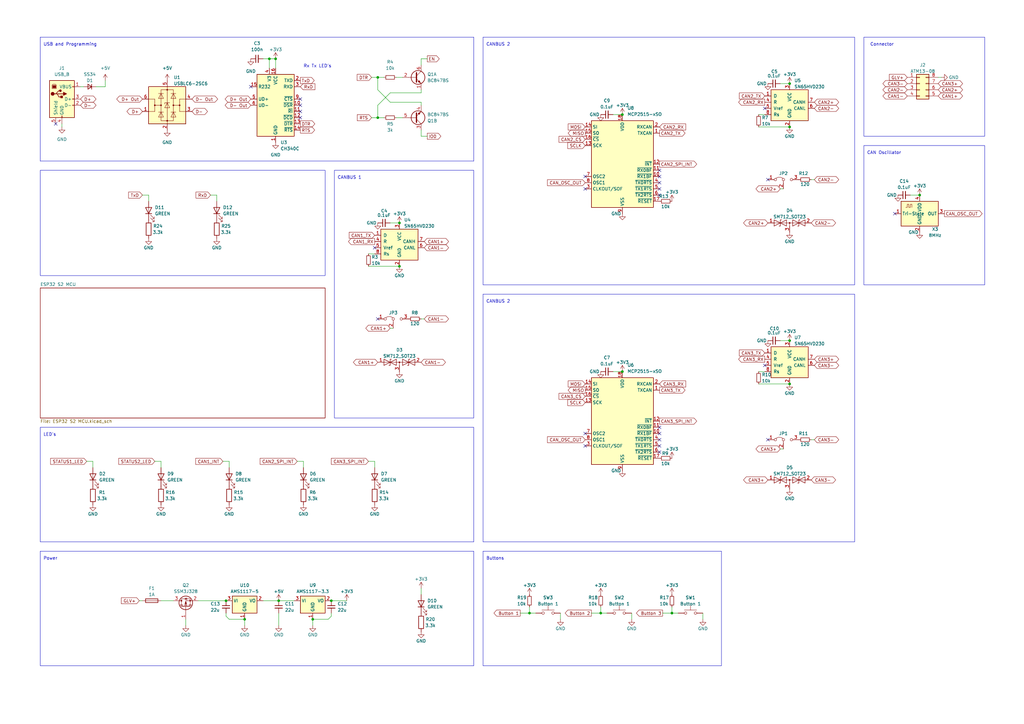
<source format=kicad_sch>
(kicad_sch (version 20230121) (generator eeschema)
  (paper "A3")
  (title_block (title "VehicleVCU") (date "2023-06-26") (rev "V2.0") (company "Niko Smith"))
  (junction (at 154.94 48.26))
  (junction (at 323.85 52.07))
  (junction (at 154.94 31.75))
  (junction (at 100.33 254))
  (junction (at 323.85 157.48))
  (junction (at 114.3 246.38))
  (junction (at 255.27 152.4))
  (junction (at 113.03 24.13))
  (junction (at 128.27 254))
  (junction (at 377.19 80.01))
  (junction (at 246.38 251.46))
  (junction (at 163.83 109.22))
  (junction (at 92.71 246.38))
  (junction (at 275.59 251.46))
  (junction (at 110.49 24.13))
  (junction (at 255.27 46.99))
  (junction (at 163.83 91.44))
  (junction (at 323.85 34.29))
  (junction (at 217.17 251.46))
  (junction (at 135.89 246.38))
  (junction (at 323.85 139.7))
  (no_connect (at 270.51 77.47))
  (no_connect (at 270.51 180.34))
  (no_connect (at 270.51 177.8))
  (no_connect (at 240.03 177.8))
  (no_connect (at 270.51 80.01))
  (no_connect (at 154.94 130.81))
  (no_connect (at 314.96 73.66))
  (no_connect (at 270.51 185.42))
  (no_connect (at 123.19 48.26))
  (no_connect (at 270.51 72.39))
  (no_connect (at 123.19 43.18))
  (no_connect (at 22.86 50.8))
  (no_connect (at 313.69 44.45))
  (no_connect (at 270.51 69.85))
  (no_connect (at 102.87 35.56))
  (no_connect (at 123.19 40.64))
  (no_connect (at 123.19 45.72))
  (no_connect (at 240.03 182.88))
  (no_connect (at 367.03 87.63))
  (no_connect (at 270.51 175.26))
  (no_connect (at 314.96 180.34))
  (no_connect (at 240.03 72.39))
  (no_connect (at 313.69 149.86))
  (no_connect (at 240.03 77.47))
  (no_connect (at 270.51 74.93))
  (no_connect (at 270.51 182.88))
  (no_connect (at 153.67 101.6))
  (wire (pts (xy 63.5 189.23) (xy 66.04 189.23)))
  (wire (pts (xy 110.49 24.13) (xy 113.03 24.13)))
  (wire (pts (xy 217.17 248.92) (xy 217.17 251.46)))
  (wire (pts (xy 121.92 189.23) (xy 124.46 189.23)))
  (wire (pts (xy 172.72 53.34) (xy 172.72 55.88)))
  (wire (pts (xy 152.4 31.75) (xy 154.94 31.75)))
  (polyline (pts (xy 194.31 15.24) (xy 194.31 66.04)))
  (wire (pts (xy 92.71 251.46) (xy 92.71 252.73)))
  (wire (pts (xy 172.72 55.88) (xy 175.26 55.88)))
  (wire (pts (xy 38.1 191.77) (xy 38.1 189.23)))
  (wire (pts (xy 107.95 24.13) (xy 110.49 24.13)))
  (wire (pts (xy 162.56 31.75) (xy 165.1 31.75)))
  (wire (pts (xy 93.98 191.77) (xy 93.98 189.23)))
  (wire (pts (xy 311.15 52.07) (xy 323.85 52.07)))
  (wire (pts (xy 320.04 77.47) (xy 321.31 77.47)))
  (wire (pts (xy 242.57 251.46) (xy 246.38 251.46)))
  (wire (pts (xy 213.36 251.46) (xy 217.17 251.46)))
  (wire (pts (xy 386.08 31.75) (xy 384.81 31.75)))
  (wire (pts (xy 114.3 251.46) (xy 114.3 256.54)))
  (wire (pts (xy 259.08 251.46) (xy 259.08 254)))
  (wire (pts (xy 229.87 251.46) (xy 229.87 254)))
  (wire (pts (xy 173.99 130.81) (xy 172.72 130.81)))
  (wire (pts (xy 81.28 246.38) (xy 92.71 246.38)))
  (wire (pts (xy 154.94 31.75) (xy 154.94 36.83)))
  (wire (pts (xy 172.72 26.67) (xy 172.72 24.13)))
  (wire (pts (xy 66.04 191.77) (xy 66.04 189.23)))
  (wire (pts (xy 39.37 35.56) (xy 43.18 35.56)))
  (wire (pts (xy 288.29 251.46) (xy 288.29 254)))
  (wire (pts (xy 88.9 82.55) (xy 88.9 80.01)))
  (wire (pts (xy 160.02 41.91) (xy 172.72 41.91)))
  (wire (pts (xy 33.02 35.56) (xy 34.29 35.56)))
  (wire (pts (xy 172.72 36.83) (xy 172.72 38.1)))
  (wire (pts (xy 153.67 191.77) (xy 153.67 189.23)))
  (wire (pts (xy 311.15 152.4) (xy 313.69 152.4)))
  (wire (pts (xy 160.02 38.1) (xy 172.72 38.1)))
  (wire (pts (xy 311.15 157.48) (xy 323.85 157.48)))
  (wire (pts (xy 25.4 50.8) (xy 25.4 52.07)))
  (wire (pts (xy 320.04 139.7) (xy 323.85 139.7)))
  (wire (pts (xy 152.4 48.26) (xy 154.94 48.26)))
  (wire (pts (xy 91.44 189.23) (xy 93.98 189.23)))
  (wire (pts (xy 135.89 252.73) (xy 134.62 254)))
  (wire (pts (xy 35.56 189.23) (xy 38.1 189.23)))
  (wire (pts (xy 58.42 80.01) (xy 60.96 80.01)))
  (polyline (pts (xy 16.51 15.24) (xy 194.31 15.24)))
  (wire (pts (xy 172.72 24.13) (xy 175.26 24.13)))
  (wire (pts (xy 71.12 246.38) (xy 66.04 246.38)))
  (wire (pts (xy 135.89 246.38) (xy 142.24 246.38)))
  (wire (pts (xy 154.94 43.18) (xy 160.02 38.1)))
  (wire (pts (xy 275.59 251.46) (xy 278.13 251.46)))
  (wire (pts (xy 128.27 254) (xy 128.27 256.54)))
  (wire (pts (xy 135.89 251.46) (xy 135.89 252.73)))
  (wire (pts (xy 110.49 27.94) (xy 110.49 24.13)))
  (wire (pts (xy 160.02 41.91) (xy 154.94 36.83)))
  (wire (pts (xy 151.13 189.23) (xy 153.67 189.23)))
  (wire (pts (xy 154.94 31.75) (xy 157.48 31.75)))
  (wire (pts (xy 160.02 91.44) (xy 163.83 91.44)))
  (wire (pts (xy 154.94 48.26) (xy 157.48 48.26)))
  (wire (pts (xy 151.13 109.22) (xy 163.83 109.22)))
  (wire (pts (xy 60.96 82.55) (xy 60.96 80.01)))
  (polyline (pts (xy 16.51 66.04) (xy 16.51 15.24)))
  (wire (pts (xy 373.38 80.01) (xy 377.19 80.01)))
  (wire (pts (xy 57.15 246.38) (xy 58.42 246.38)))
  (wire (pts (xy 107.95 246.38) (xy 114.3 246.38)))
  (wire (pts (xy 100.33 254) (xy 100.33 256.54)))
  (wire (pts (xy 334.01 73.66) (xy 332.74 73.66)))
  (wire (pts (xy 124.46 191.77) (xy 124.46 189.23)))
  (wire (pts (xy 160.02 134.62) (xy 161.29 134.62)))
  (wire (pts (xy 151.13 104.14) (xy 153.67 104.14)))
  (wire (pts (xy 251.46 46.99) (xy 255.27 46.99)))
  (wire (pts (xy 100.33 254) (xy 93.98 254)))
  (wire (pts (xy 275.59 248.92) (xy 275.59 251.46)))
  (wire (pts (xy 43.18 33.02) (xy 43.18 35.56)))
  (wire (pts (xy 320.04 34.29) (xy 323.85 34.29)))
  (wire (pts (xy 93.98 254) (xy 92.71 252.73)))
  (wire (pts (xy 154.94 43.18) (xy 154.94 48.26)))
  (wire (pts (xy 162.56 48.26) (xy 165.1 48.26)))
  (wire (pts (xy 172.72 243.84) (xy 172.72 241.3)))
  (wire (pts (xy 246.38 248.92) (xy 246.38 251.46)))
  (wire (pts (xy 86.36 80.01) (xy 88.9 80.01)))
  (wire (pts (xy 128.27 254) (xy 134.62 254)))
  (wire (pts (xy 271.78 251.46) (xy 275.59 251.46)))
  (wire (pts (xy 320.04 184.15) (xy 321.31 184.15)))
  (wire (pts (xy 113.03 24.13) (xy 113.03 27.94)))
  (wire (pts (xy 172.72 41.91) (xy 172.72 43.18)))
  (wire (pts (xy 246.38 251.46) (xy 248.92 251.46)))
  (wire (pts (xy 311.15 46.99) (xy 313.69 46.99)))
  (wire (pts (xy 251.46 152.4) (xy 255.27 152.4)))
  (wire (pts (xy 334.01 180.34) (xy 332.74 180.34)))
  (wire (pts (xy 217.17 251.46) (xy 219.71 251.46)))
  (polyline (pts (xy 194.31 66.04) (xy 16.51 66.04)))
  (wire (pts (xy 76.2 254) (xy 76.2 256.54)))
  (wire (pts (xy 114.3 246.38) (xy 120.65 246.38)))
  (rectangle (start 354.33 59.69) (end 403.86 116.84))
  (rectangle (start 198.12 120.65) (end 350.52 222.25))
  (rectangle (start 198.12 15.24) (end 350.52 116.84))
  (rectangle (start 198.12 226.06) (end 295.91 273.05))
  (rectangle (start 16.51 226.06) (end 194.31 273.05))
  (rectangle (start 137.16 69.85) (end 194.31 171.45))
  (rectangle (start 16.51 69.85) (end 133.35 113.03))
  (rectangle (start 354.33 15.24) (end 403.86 55.88))
  (rectangle (start 16.51 175.26) (end 194.31 222.25))
  (text "CAN Oscillator" (at 355.6 63.5 0) (effects (font (size 1.27 1.27)) (justify left bottom)))
  (text "Power" (at 17.78 229.87 0) (effects (font (size 1.27 1.27)) (justify left bottom)))
  (text "Connector" (at 356.87 19.05 0) (effects (font (size 1.27 1.27)) (justify left bottom)))
  (text "Buttons" (at 199.39 229.87 0) (effects (font (size 1.27 1.27)) (justify left bottom)))
  (text "Rx Tx LED's" (at 124.46 27.94 0) (effects (font (size 1.27 1.27)) (justify left bottom)))
  (text "LED's" (at 17.78 179.07 0) (effects (font (size 1.27 1.27)) (justify left bottom)))
  (text "CANBUS 2\n" (at 199.39 19.05 0) (effects (font (size 1.27 1.27)) (justify left bottom)))
  (text "USB and Programming" (at 17.78 19.05 0) (effects (font (size 1.27 1.27)) (justify left bottom)))
  (text "CANBUS 1\n" (at 138.43 73.66 0) (effects (font (size 1.27 1.27)) (justify left bottom)))
  (text "CANBUS 2\n" (at 199.39 124.46 0) (effects (font (size 1.27 1.27)) (justify left bottom)))
  (global_label "IO0" (shape output) (at 175.26 55.88 0) (property "Intersheetrefs" "${INTERSHEET_REFS}" (effects hide)))
  (global_label "Button 2" (shape output) (at 242.57 251.46 180) (property "Intersheetrefs" "${INTERSHEET_REFS}" (effects hide)))
  (global_label "TxD" (shape input) (at 58.42 80.01 180) (property "Intersheetrefs" "${INTERSHEET_REFS}" (effects hide)))
  (global_label "CAN1+" (shape bidirectional) (at 160.02 134.62 180) (property "Intersheetrefs" "${INTERSHEET_REFS}" (effects hide)))
  (global_label "RTS" (shape output) (at 123.19 53.34 0) (property "Intersheetrefs" "${INTERSHEET_REFS}" (effects hide)))
  (global_label "GLV+" (shape input) (at 372.11 31.75 180) (property "Intersheetrefs" "${INTERSHEET_REFS}" (effects hide)))
  (global_label "CAN2-" (shape bidirectional) (at 372.11 36.83 180) (property "Intersheetrefs" "${INTERSHEET_REFS}" (effects hide)))
  (global_label "CAN1_RX" (shape output) (at 153.67 99.06 180) (property "Intersheetrefs" "${INTERSHEET_REFS}" (effects hide)))
  (global_label "EN" (shape output) (at 175.26 24.13 0) (property "Intersheetrefs" "${INTERSHEET_REFS}" (effects hide)))
  (global_label "CAN2+" (shape bidirectional) (at 314.96 91.44 180) (property "Intersheetrefs" "${INTERSHEET_REFS}" (effects hide)))
  (global_label "CAN2+" (shape bidirectional) (at 334.01 41.91 0) (property "Intersheetrefs" "${INTERSHEET_REFS}" (effects hide)))
  (global_label "CAN3-" (shape bidirectional) (at 334.01 149.86 0) (property "Intersheetrefs" "${INTERSHEET_REFS}" (effects hide)))
  (global_label "D+ Out" (shape bidirectional) (at 102.87 40.64 180) (property "Intersheetrefs" "${INTERSHEET_REFS}" (effects hide)))
  (global_label "D+" (shape bidirectional) (at 33.02 40.64 0) (property "Intersheetrefs" "${INTERSHEET_REFS}" (effects hide)))
  (global_label "CAN2_TX" (shape input) (at 313.69 39.37 180) (property "Intersheetrefs" "${INTERSHEET_REFS}" (effects hide)))
  (global_label "Button 3" (shape output) (at 271.78 251.46 180) (property "Intersheetrefs" "${INTERSHEET_REFS}" (effects hide)))
  (global_label "CAN2-" (shape bidirectional) (at 332.74 91.44 0) (property "Intersheetrefs" "${INTERSHEET_REFS}" (effects hide)))
  (global_label "STATUS1_LED" (shape input) (at 35.56 189.23 180) (property "Intersheetrefs" "${INTERSHEET_REFS}" (effects hide)))
  (global_label "MISO" (shape output) (at 240.03 160.02 180) (property "Intersheetrefs" "${INTERSHEET_REFS}" (effects hide)))
  (global_label "DTR" (shape output) (at 123.19 50.8 0) (property "Intersheetrefs" "${INTERSHEET_REFS}" (effects hide)))
  (global_label "CAN3-" (shape bidirectional) (at 334.01 180.34 0) (property "Intersheetrefs" "${INTERSHEET_REFS}" (effects hide)))
  (global_label "DTR" (shape input) (at 152.4 31.75 180) (property "Intersheetrefs" "${INTERSHEET_REFS}" (effects hide)))
  (global_label "CAN2_TX" (shape output) (at 270.51 54.61 0) (property "Intersheetrefs" "${INTERSHEET_REFS}" (effects hide)))
  (global_label "CAN1-" (shape bidirectional) (at 173.99 130.81 0) (property "Intersheetrefs" "${INTERSHEET_REFS}" (effects hide)))
  (global_label "CAN2_SPI_INT" (shape input) (at 121.92 189.23 180) (property "Intersheetrefs" "${INTERSHEET_REFS}" (effects hide)))
  (global_label "CAN_OSC_OUT" (shape output) (at 387.35 87.63 0) (property "Intersheetrefs" "${INTERSHEET_REFS}" (effects hide)))
  (global_label "CAN1_INT" (shape input) (at 91.44 189.23 180) (property "Intersheetrefs" "${INTERSHEET_REFS}" (effects hide)))
  (global_label "CAN2+" (shape bidirectional) (at 384.81 36.83 0) (property "Intersheetrefs" "${INTERSHEET_REFS}" (effects hide)))
  (global_label "CAN1+" (shape bidirectional) (at 154.94 148.59 180) (property "Intersheetrefs" "${INTERSHEET_REFS}" (effects hide)))
  (global_label "CAN3_RX" (shape input) (at 270.51 157.48 0) (property "Intersheetrefs" "${INTERSHEET_REFS}" (effects hide)))
  (global_label "CAN3_RX" (shape output) (at 313.69 147.32 180) (property "Intersheetrefs" "${INTERSHEET_REFS}" (effects hide)))
  (global_label "MOSI" (shape input) (at 240.03 157.48 180) (property "Intersheetrefs" "${INTERSHEET_REFS}" (effects hide)))
  (global_label "CAN2_RX" (shape output) (at 313.69 41.91 180) (property "Intersheetrefs" "${INTERSHEET_REFS}" (effects hide)))
  (global_label "GLV+" (shape input) (at 57.15 246.38 180) (property "Intersheetrefs" "${INTERSHEET_REFS}" (effects hide)))
  (global_label "CAN3+" (shape bidirectional) (at 320.04 184.15 180) (property "Intersheetrefs" "${INTERSHEET_REFS}" (effects hide)))
  (global_label "MOSI" (shape input) (at 240.03 52.07 180) (property "Intersheetrefs" "${INTERSHEET_REFS}" (effects hide)))
  (global_label "CAN2+" (shape bidirectional) (at 320.04 77.47 180) (property "Intersheetrefs" "${INTERSHEET_REFS}" (effects hide)))
  (global_label "CAN3_TX" (shape input) (at 313.69 144.78 180) (property "Intersheetrefs" "${INTERSHEET_REFS}" (effects hide)))
  (global_label "D+ Out" (shape bidirectional) (at 58.42 40.64 180) (property "Intersheetrefs" "${INTERSHEET_REFS}" (effects hide)))
  (global_label "Button 1" (shape output) (at 213.36 251.46 180) (property "Intersheetrefs" "${INTERSHEET_REFS}" (effects hide)))
  (global_label "CAN3_SPI_INT" (shape input) (at 151.13 189.23 180) (property "Intersheetrefs" "${INTERSHEET_REFS}" (effects hide)))
  (global_label "CAN_OSC_OUT" (shape input) (at 240.03 74.93 180) (property "Intersheetrefs" "${INTERSHEET_REFS}" (effects hide)))
  (global_label "RxD" (shape input) (at 86.36 80.01 180) (property "Intersheetrefs" "${INTERSHEET_REFS}" (effects hide)))
  (global_label "CAN3_TX" (shape output) (at 270.51 160.02 0) (property "Intersheetrefs" "${INTERSHEET_REFS}" (effects hide)))
  (global_label "D- Out" (shape bidirectional) (at 78.74 40.64 0) (property "Intersheetrefs" "${INTERSHEET_REFS}" (effects hide)))
  (global_label "CAN1+" (shape bidirectional) (at 173.99 99.06 0) (property "Intersheetrefs" "${INTERSHEET_REFS}" (effects hide)))
  (global_label "CAN3-" (shape bidirectional) (at 332.74 196.85 0) (property "Intersheetrefs" "${INTERSHEET_REFS}" (effects hide)))
  (global_label "CAN1-" (shape bidirectional) (at 173.99 101.6 0) (property "Intersheetrefs" "${INTERSHEET_REFS}" (effects hide)))
  (global_label "CAN3_SPI_INT" (shape output) (at 270.51 172.72 0) (property "Intersheetrefs" "${INTERSHEET_REFS}" (effects hide)))
  (global_label "SCLK" (shape input) (at 240.03 165.1 180) (property "Intersheetrefs" "${INTERSHEET_REFS}" (effects hide)))
  (global_label "RxD" (shape input) (at 123.19 35.56 0) (property "Intersheetrefs" "${INTERSHEET_REFS}" (effects hide)))
  (global_label "CAN2-" (shape bidirectional) (at 334.01 44.45 0) (property "Intersheetrefs" "${INTERSHEET_REFS}" (effects hide)))
  (global_label "D+" (shape bidirectional) (at 58.42 45.72 180) (property "Intersheetrefs" "${INTERSHEET_REFS}" (effects hide)))
  (global_label "CAN2_SPI_INT" (shape output) (at 270.51 67.31 0) (property "Intersheetrefs" "${INTERSHEET_REFS}" (effects hide)))
  (global_label "RTS" (shape input) (at 152.4 48.26 180) (property "Intersheetrefs" "${INTERSHEET_REFS}" (effects hide)))
  (global_label "CAN1-" (shape bidirectional) (at 372.11 39.37 180) (property "Intersheetrefs" "${INTERSHEET_REFS}" (effects hide)))
  (global_label "D-" (shape bidirectional) (at 33.02 43.18 0) (property "Intersheetrefs" "${INTERSHEET_REFS}" (effects hide)))
  (global_label "CAN1-" (shape bidirectional) (at 172.72 148.59 0) (property "Intersheetrefs" "${INTERSHEET_REFS}" (effects hide)))
  (global_label "CAN2_RX" (shape input) (at 270.51 52.07 0) (property "Intersheetrefs" "${INTERSHEET_REFS}" (effects hide)))
  (global_label "D- Out" (shape bidirectional) (at 102.87 43.18 180) (property "Intersheetrefs" "${INTERSHEET_REFS}" (effects hide)))
  (global_label "MISO" (shape output) (at 240.03 54.61 180) (property "Intersheetrefs" "${INTERSHEET_REFS}" (effects hide)))
  (global_label "CAN2-" (shape bidirectional) (at 334.01 73.66 0) (property "Intersheetrefs" "${INTERSHEET_REFS}" (effects hide)))
  (global_label "CAN3_CS" (shape input) (at 240.03 162.56 180) (property "Intersheetrefs" "${INTERSHEET_REFS}" (effects hide)))
  (global_label "CAN2_CS" (shape input) (at 240.03 57.15 180) (property "Intersheetrefs" "${INTERSHEET_REFS}" (effects hide)))
  (global_label "CAN3+" (shape bidirectional) (at 384.81 34.29 0) (property "Intersheetrefs" "${INTERSHEET_REFS}" (effects hide)))
  (global_label "CAN_OSC_OUT" (shape input) (at 240.03 180.34 180) (property "Intersheetrefs" "${INTERSHEET_REFS}" (effects hide)))
  (global_label "STATUS2_LED" (shape input) (at 63.5 189.23 180) (property "Intersheetrefs" "${INTERSHEET_REFS}" (effects hide)))
  (global_label "CAN3-" (shape bidirectional) (at 372.11 34.29 180) (property "Intersheetrefs" "${INTERSHEET_REFS}" (effects hide)))
  (global_label "CAN3+" (shape bidirectional) (at 334.01 147.32 0) (property "Intersheetrefs" "${INTERSHEET_REFS}" (effects hide)))
  (global_label "TxD" (shape output) (at 123.19 33.02 0) (property "Intersheetrefs" "${INTERSHEET_REFS}" (effects hide)))
  (global_label "D-" (shape bidirectional) (at 78.74 45.72 0) (property "Intersheetrefs" "${INTERSHEET_REFS}" (effects hide)))
  (global_label "CAN3+" (shape bidirectional) (at 314.96 196.85 180) (property "Intersheetrefs" "${INTERSHEET_REFS}" (effects hide)))
  (global_label "SCLK" (shape input) (at 240.03 59.69 180) (property "Intersheetrefs" "${INTERSHEET_REFS}" (effects hide)))
  (global_label "CAN1_TX" (shape input) (at 153.67 96.52 180) (property "Intersheetrefs" "${INTERSHEET_REFS}" (effects hide)))
  (global_label "CAN1+" (shape bidirectional) (at 384.81 39.37 0) (property "Intersheetrefs" "${INTERSHEET_REFS}" (effects hide)))
  (symbol (lib_id "power:GND") (at 172.72 259.08 0) (unit 1)
    (property "Reference" "#PWR022" (effects hide))
    (property "Value" "GND" (at 172.72 262.89 0))
  )
  (symbol (lib_id "power:GND") (at 323.85 157.48 0) (unit 1)
    (property "Reference" "#PWR038" (effects hide))
    (property "Value" "GND" (at 323.85 161.29 0))
  )
  (symbol (lib_id "power:GND") (at 60.96 97.79 0) (unit 1)
    (property "Reference" "#PWR060" (effects hide))
    (property "Value" "GND" (at 60.96 101.6 0))
  )
  (symbol (lib_id "Device:LED") (at 88.9 86.36 90) (unit 1)
    (property "Reference" "D12" (at 91.44 85.09 90) (effects (justify right)))
    (property "Value" "GREEN" (at 91.44 87.63 90) (effects (justify right)))
    (property "Footprint" "LED_SMD:LED_0603_1608Metric" (effects hide))
    (property "LCSC" "C72043" (effects hide))
  )
  (symbol (lib_id "power:+3.3V") (at 275.59 243.84 0) (unit 1)
    (property "Reference" "#PWR051" (effects hide))
    (property "Value" "+3.3V" (at 275.59 240.03 0))
  )
  (symbol (lib_id "power:GND") (at 153.67 207.01 0) (unit 1)
    (property "Reference" "#PWR041" (effects hide))
    (property "Value" "GND" (at 153.67 210.82 0))
  )
  (symbol (lib_id "Device:R") (at 93.98 203.2 180) (unit 1)
    (property "Reference" "R15" (at 97.79 201.93 0))
    (property "Value" "3.3k" (at 97.79 204.47 0))
    (property "Footprint" "Resistor_SMD:R_0603_1608Metric" (effects hide))
  )
  (symbol (lib_id "Interface_CAN_LIN:SN65HVD230") (at 323.85 41.91 0) (unit 1)
    (property "Reference" "U5" (at 325.755 33.02 0) (effects (justify left)))
    (property "Value" "SN65HVD230" (at 325.755 35.56 0) (effects (justify left)))
    (property "Footprint" "Package_SO:SOIC-8_3.9x4.9mm_P1.27mm" (effects hide))
    (property "Datasheet" "http://www.ti.com/lit/ds/symlink/sn65hvd230.pdf" (effects hide))
    (property "LCSC" "C12084" (effects hide))
  )
  (symbol (lib_id "power:GND") (at 246.38 46.99 0) (unit 1)
    (property "Reference" "#PWR032" (effects hide))
    (property "Value" "GND" (at 243.84 46.99 0))
  )
  (symbol (lib_id "Diode:SM712_SOT23") (at 163.83 148.59 0) (unit 1)
    (property "Reference" "D3" (at 163.83 143.51 0))
    (property "Value" "SM712_SOT23" (at 163.83 146.05 0))
    (property "Footprint" "Package_TO_SOT_SMD:SOT-23" (effects hide))
    (property "Datasheet" "https://www.littelfuse.com/~/media/electronics/datasheets/tvs_diode_arrays/littelfuse_tvs_diode_array_sm712_datasheet.pdf.pdf" (effects hide))
  )
  (symbol (lib_id "Device:LED") (at 93.98 195.58 90) (unit 1)
    (property "Reference" "D8" (at 96.52 194.31 90) (effects (justify right)))
    (property "Value" "GREEN" (at 96.52 196.85 90) (effects (justify right)))
    (property "Footprint" "LED_SMD:LED_0603_1608Metric" (effects hide))
    (property "LCSC" "C72043" (effects hide))
  )
  (symbol (lib_id "power:+3.3V") (at 217.17 243.84 0) (unit 1)
    (property "Reference" "#PWR054" (effects hide))
    (property "Value" "+3.3V" (at 217.17 240.03 0))
  )
  (symbol (lib_id "power:+3.3V") (at 255.27 152.4 0) (unit 1)
    (property "Reference" "#PWR026" (effects hide))
    (property "Value" "+3.3V" (at 255.27 148.59 0))
  )
  (symbol (lib_id "power:+3V3") (at 113.03 24.13 0) (unit 1)
    (property "Reference" "#PWR012" (effects hide))
    (property "Value" "+3V3" (at 113.03 20.32 0))
  )
  (symbol (lib_id "Jumper:Jumper_3_Bridged12") (at 321.31 73.66 0) (unit 1)
    (property "Reference" "JP2" (at 321.31 71.12 0))
    (property "Value" "Jumper_2_Open" (effects hide))
    (property "Footprint" "Connector_PinHeader_2.54mm:PinHeader_1x03_P2.54mm_Vertical" (effects hide))
  )
  (symbol (lib_id "Switch:SW_Push") (at 254 251.46 0) (unit 1)
    (property "Reference" "SW2" (at 254 245.11 0))
    (property "Value" "Button 1" (at 254 247.65 0))
    (property "Footprint" "Button_Switch_SMD:SW_SPST_B3S-1000" (effects hide))
  )
  (symbol (lib_id "power:+3.3V") (at 142.24 246.38 0) (unit 1)
    (property "Reference" "#PWR044" (effects hide))
    (property "Value" "+3.3V" (at 142.24 242.57 0))
  )
  (symbol (lib_id "power:GND") (at 386.08 31.75 90) (unit 1)
    (property "Reference" "#PWR056" (effects hide))
    (property "Value" "GND" (at 391.16 31.75 90))
  )
  (symbol (lib_id "Device:C_Small") (at 248.92 152.4 90) (unit 1)
    (property "Reference" "C7" (at 248.92 146.685 90))
    (property "Value" "0.1uF" (at 248.92 149.225 90))
    (property "Footprint" "Capacitor_SMD:C_0603_1608Metric" (effects hide))
  )
  (symbol (lib_id "Interface_CAN_LIN:MCP2515-xSO") (at 255.27 67.31 0) (unit 1)
    (property "Reference" "U8" (at 257.2894 44.323 0) (effects (justify left)))
    (property "Value" "MCP2515-xSO" (at 257.2894 46.863 0) (effects (justify left)))
    (property "Footprint" "Package_SO:SOIC-18W_7.5x11.6mm_P1.27mm" (effects hide))
    (property "Datasheet" "http://ww1.microchip.com/downloads/en/DeviceDoc/21801e.pdf" (effects hide))
    (property "LCSC" "C12368" (effects hide))
  )
  (symbol (lib_id "power:GND") (at 323.85 95.25 0) (unit 1)
    (property "Reference" "#PWR021" (effects hide))
    (property "Value" "GND" (at 323.85 99.06 0))
  )
  (symbol (lib_id "Jumper:Jumper_3_Bridged12") (at 321.31 180.34 0) (unit 1)
    (property "Reference" "JP1" (at 321.31 177.8 0))
    (property "Value" "Jumper_2_Open" (effects hide))
    (property "Footprint" "Connector_PinHeader_2.54mm:PinHeader_1x03_P2.54mm_Vertical" (effects hide))
  )
  (symbol (lib_id "power:GND") (at 102.87 24.13 0) (unit 1)
    (property "Reference" "#PWR011" (effects hide))
    (property "Value" "GND" (at 102.87 29.21 0))
  )
  (symbol (lib_id "Device:C_Small") (at 317.5 139.7 90) (unit 1)
    (property "Reference" "C10" (at 317.627 134.747 90))
    (property "Value" "0.1uF" (at 317.5 136.525 90))
    (property "Footprint" "Capacitor_SMD:C_0603_1608Metric" (effects hide))
  )
  (symbol (lib_id "Device:LED") (at 172.72 247.65 90) (unit 1)
    (property "Reference" "D10" (at 175.26 246.38 90) (effects (justify right)))
    (property "Value" "GREEN" (at 175.26 248.92 90) (effects (justify right)))
    (property "Footprint" "LED_SMD:LED_0603_1608Metric" (effects hide))
    (property "LCSC" "C72043" (effects hide))
  )
  (symbol (lib_id "Regulator_Linear:AMS1117-3.3") (at 100.33 246.38 0) (unit 1)
    (property "Reference" "U10" (at 100.33 240.03 0))
    (property "Value" "AMS1117-5" (at 100.33 242.57 0))
    (property "Footprint" "Package_TO_SOT_SMD:SOT-223-3_TabPin2" (effects hide))
    (property "Datasheet" "http://www.advanced-monolithic.com/pdf/ds1117.pdf" (effects hide))
  )
  (symbol (lib_id "power:+3.3V") (at 275.59 187.96 0) (unit 1)
    (property "Reference" "#PWR028" (effects hide))
    (property "Value" "+3.3V" (at 275.59 184.15 0))
  )
  (symbol (lib_id "power:GND") (at 154.94 91.44 0) (unit 1)
    (property "Reference" "#PWR014" (effects hide))
    (property "Value" "GND" (at 152.4 91.44 0))
  )
  (symbol (lib_id "Device:C_Small") (at 135.89 248.92 0) (unit 1)
    (property "Reference" "C12" (at 138.43 247.65 0) (effects (justify left)))
    (property "Value" "22u" (at 138.43 250.19 0) (effects (justify left)))
    (property "Footprint" "Capacitor_SMD:C_0603_1608Metric" (effects hide))
  )
  (symbol (lib_id "power:GND") (at 255.27 193.04 0) (unit 1)
    (property "Reference" "#PWR027" (effects hide))
    (property "Value" "GND" (at 252.73 193.04 0))
  )
  (symbol (lib_id "power:+3.3V") (at 377.19 80.01 0) (unit 1)
    (property "Reference" "#PWR058" (effects hide))
    (property "Value" "+3.3V" (at 377.19 76.2 0))
  )
  (symbol (lib_id "Jumper:Jumper_3_Bridged12") (at 161.29 130.81 0) (unit 1)
    (property "Reference" "JP3" (at 161.29 128.27 0))
    (property "Value" "Jumper_2_Open" (effects hide))
    (property "Footprint" "Connector_PinHeader_2.54mm:PinHeader_1x03_P2.54mm_Vertical" (effects hide))
  )
  (symbol (lib_id "power:GND") (at 66.04 207.01 0) (unit 1)
    (property "Reference" "#PWR049" (effects hide))
    (property "Value" "GND" (at 66.04 210.82 0))
  )
  (symbol (lib_id "Oscillator:ASCO") (at 377.19 87.63 0) (unit 1)
    (property "Reference" "X3" (at 383.54 93.98 0))
    (property "Value" "8MHz" (at 383.54 96.52 0))
    (property "Footprint" "Oscillator:Oscillator_SMD_Abracon_ASE-4Pin_3.2x2.5mm" (effects hide))
    (property "Datasheet" "https://abracon.com/Oscillators/ASCO.pdf" (effects hide))
    (property "LCSC" "C717687" (effects hide))
  )
  (symbol (lib_id "Device:R") (at 60.96 93.98 180) (unit 1)
    (property "Reference" "R24" (at 64.77 92.71 0))
    (property "Value" "3.3k" (at 64.77 95.25 0))
    (property "Footprint" "Resistor_SMD:R_0603_1608Metric" (effects hide))
  )
  (symbol (lib_id "Power_Protection:USBLC6-2SC6") (at 68.58 43.18 0) (unit 1)
    (property "Reference" "U1" (at 71.2217 31.75 0) (effects (justify left)))
    (property "Value" "USBLC6-2SC6" (at 71.2217 34.29 0) (effects (justify left)))
    (property "Footprint" "Package_TO_SOT_SMD:SOT-23-6" (effects hide))
    (property "Datasheet" "https://www.st.com/resource/en/datasheet/usblc6-2.pdf" (effects hide))
  )
  (symbol (lib_id "power:GND") (at 246.38 152.4 0) (unit 1)
    (property "Reference" "#PWR025" (effects hide))
    (property "Value" "GND" (at 243.84 152.4 0))
  )
  (symbol (lib_id "Device:R_Small") (at 311.15 49.53 0) (unit 1)
    (property "Reference" "R7" (at 312.42 48.26 0) (effects (justify left)))
    (property "Value" "10k" (at 312.42 50.8 0) (effects (justify left)))
    (property "Footprint" "Resistor_SMD:R_0603_1608Metric" (effects hide))
  )
  (symbol (lib_id "Device:R_Small") (at 217.17 246.38 180) (unit 1)
    (property "Reference" "R19" (at 212.09 245.11 0) (effects (justify right)))
    (property "Value" "10k" (at 212.09 247.65 0) (effects (justify right)))
    (property "Footprint" "Resistor_SMD:R_0603_1608Metric" (effects hide))
  )
  (symbol (lib_id "Device:R") (at 66.04 203.2 180) (unit 1)
    (property "Reference" "R16" (at 69.85 201.93 0))
    (property "Value" "3.3k" (at 69.85 204.47 0))
    (property "Footprint" "Resistor_SMD:R_0603_1608Metric" (effects hide))
  )
  (symbol (lib_id "Transistor_BJT:BC847BS") (at 170.18 48.26 0) (mirror x) (unit 2)
    (property "Reference" "Q1" (at 175.26 49.5301 0) (effects (justify left)))
    (property "Value" "BC847BS" (at 175.26 46.9901 0) (effects (justify left)))
    (property "Footprint" "Package_TO_SOT_SMD:SOT-363_SC-70-6" (effects hide))
    (property "Datasheet" "https://assets.nexperia.com/documents/data-sheet/BC847BS.pdf" (effects hide))
  )
  (symbol (lib_id "Device:R_Small") (at 275.59 246.38 180) (unit 1)
    (property "Reference" "R17" (at 270.51 245.11 0) (effects (justify right)))
    (property "Value" "10k" (at 270.51 247.65 0) (effects (justify right)))
    (property "Footprint" "Resistor_SMD:R_0603_1608Metric" (effects hide))
  )
  (symbol (lib_id "power:+5V") (at 43.18 33.02 0) (unit 1)
    (property "Reference" "#PWR03" (effects hide))
    (property "Value" "+5V" (at 43.18 27.94 0))
  )
  (symbol (lib_id "power:GND") (at 314.96 34.29 0) (unit 1)
    (property "Reference" "#PWR018" (effects hide))
    (property "Value" "GND" (at 312.42 34.29 0))
  )
  (symbol (lib_id "Device:R_Small") (at 273.05 187.96 90) (unit 1)
    (property "Reference" "R9" (at 274.193 185.928 90) (effects (justify left)))
    (property "Value" "10k" (at 274.828 190.119 90) (effects (justify left)))
    (property "Footprint" "Resistor_SMD:R_0603_1608Metric" (effects hide))
  )
  (symbol (lib_id "Device:C_Small") (at 157.48 91.44 90) (unit 1)
    (property "Reference" "C4" (at 157.607 86.487 90))
    (property "Value" "0.1uF" (at 157.48 88.265 90))
    (property "Footprint" "Capacitor_SMD:C_0603_1608Metric" (effects hide))
  )
  (symbol (lib_id "Transistor_BJT:BC847BS") (at 170.18 31.75 0) (unit 1)
    (property "Reference" "Q1" (at 175.26 30.4799 0) (effects (justify left)))
    (property "Value" "BC847BS" (at 175.26 33.0199 0) (effects (justify left)))
    (property "Footprint" "Package_TO_SOT_SMD:SOT-363_SC-70-6" (effects hide))
    (property "Datasheet" "https://assets.nexperia.com/documents/data-sheet/BC847BS.pdf" (effects hide))
  )
  (symbol (lib_id "power:+3.3V") (at 323.85 139.7 0) (unit 1)
    (property "Reference" "#PWR037" (effects hide))
    (property "Value" "+3.3V" (at 323.85 135.89 0))
  )
  (symbol (lib_id "power:GND") (at 163.83 109.22 0) (unit 1)
    (property "Reference" "#PWR016" (effects hide))
    (property "Value" "GND" (at 163.83 113.03 0))
  )
  (symbol (lib_id "Device:R_Small") (at 170.18 130.81 90) (unit 1)
    (property "Reference" "R8" (at 171.45 128.27 90) (effects (justify left)))
    (property "Value" "120" (at 172.085 132.715 90) (effects (justify left)))
    (property "Footprint" "Resistor_SMD:R_0603_1608Metric" (effects hide))
  )
  (symbol (lib_id "Device:LED") (at 66.04 195.58 90) (unit 1)
    (property "Reference" "D9" (at 68.58 194.31 90) (effects (justify right)))
    (property "Value" "GREEN" (at 68.58 196.85 90) (effects (justify right)))
    (property "Footprint" "LED_SMD:LED_0603_1608Metric" (effects hide))
    (property "LCSC" "C72043" (effects hide))
  )
  (symbol (lib_id "power:GND") (at 368.3 80.01 0) (unit 1)
    (property "Reference" "#PWR057" (effects hide))
    (property "Value" "GND" (at 365.76 80.01 0))
  )
  (symbol (lib_id "Device:C_Small") (at 105.41 24.13 90) (unit 1)
    (property "Reference" "C3" (at 105.4163 17.78 90))
    (property "Value" "100n" (at 105.4163 20.32 90))
    (property "Footprint" "Capacitor_SMD:C_0603_1608Metric" (effects hide))
  )
  (symbol (lib_id "power:+5V") (at 68.58 33.02 0) (unit 1)
    (property "Reference" "#PWR07" (effects hide))
    (property "Value" "+5V" (at 68.58 27.94 0))
  )
  (symbol (lib_id "power:GND") (at 68.58 53.34 0) (unit 1)
    (property "Reference" "#PWR08" (effects hide))
    (property "Value" "GND" (at 68.58 58.42 0))
  )
  (symbol (lib_id "Interface_CAN_LIN:MCP2515-xSO") (at 255.27 172.72 0) (unit 1)
    (property "Reference" "U6" (at 257.2894 149.733 0) (effects (justify left)))
    (property "Value" "MCP2515-xSO" (at 257.2894 152.273 0) (effects (justify left)))
    (property "Footprint" "Package_SO:SOIC-18W_7.5x11.6mm_P1.27mm" (effects hide))
    (property "Datasheet" "http://ww1.microchip.com/downloads/en/DeviceDoc/21801e.pdf" (effects hide))
    (property "LCSC" "C12368" (effects hide))
  )
  (symbol (lib_id "Device:R_Small") (at 160.02 31.75 270) (unit 1)
    (property "Reference" "R4" (at 160.02 25.4 90))
    (property "Value" "10k" (at 160.02 27.94 90))
    (property "Footprint" "Resistor_SMD:R_0603_1608Metric" (effects hide))
  )
  (symbol (lib_id "Device:R_Small") (at 330.2 180.34 90) (unit 1)
    (property "Reference" "R11" (at 331.47 177.8 90) (effects (justify left)))
    (property "Value" "120" (at 332.105 182.245 90) (effects (justify left)))
    (property "Footprint" "Resistor_SMD:R_0603_1608Metric" (effects hide))
  )
  (symbol (lib_id "Switch:SW_Push") (at 224.79 251.46 0) (unit 1)
    (property "Reference" "SW3" (at 224.79 245.11 0))
    (property "Value" "Button 1" (at 224.79 247.65 0))
    (property "Footprint" "Button_Switch_SMD:SW_SPST_B3S-1000" (effects hide))
  )
  (symbol (lib_id "power:GND") (at 124.46 207.01 0) (unit 1)
    (property "Reference" "#PWR040" (effects hide))
    (property "Value" "GND" (at 124.46 210.82 0))
  )
  (symbol (lib_id "Device:LED") (at 124.46 195.58 90) (unit 1)
    (property "Reference" "D6" (at 127 194.31 90) (effects (justify right)))
    (property "Value" "GREEN" (at 127 196.85 90) (effects (justify right)))
    (property "Footprint" "LED_SMD:LED_0603_1608Metric" (effects hide))
    (property "LCSC" "C72043" (effects hide))
  )
  (symbol (lib_id "power:+3.3V") (at 255.27 46.99 0) (unit 1)
    (property "Reference" "#PWR033" (effects hide))
    (property "Value" "+3.3V" (at 255.27 43.18 0))
  )
  (symbol (lib_id "Device:R_Small") (at 160.02 48.26 270) (unit 1)
    (property "Reference" "R5" (at 160.02 50.8 90))
    (property "Value" "3k" (at 160.02 53.34 90))
    (property "Footprint" "Resistor_SMD:R_0603_1608Metric" (effects hide))
  )
  (symbol (lib_id "Device:C_Small") (at 114.3 248.92 0) (unit 1)
    (property "Reference" "C11" (at 116.84 247.65 0) (effects (justify left)))
    (property "Value" "22u" (at 116.84 250.19 0) (effects (justify left)))
    (property "Footprint" "Capacitor_SMD:C_0603_1608Metric" (effects hide))
  )
  (symbol (lib_id "power:GND") (at 163.83 152.4 0) (unit 1)
    (property "Reference" "#PWR017" (effects hide))
    (property "Value" "GND" (at 163.83 156.21 0))
  )
  (symbol (lib_id "Device:R") (at 88.9 93.98 180) (unit 1)
    (property "Reference" "R25" (at 92.71 92.71 0))
    (property "Value" "3.3k" (at 92.71 95.25 0))
    (property "Footprint" "Resistor_SMD:R_0603_1608Metric" (effects hide))
  )
  (symbol (lib_id "power:GND") (at 38.1 207.01 0) (unit 1)
    (property "Reference" "#PWR02" (effects hide))
    (property "Value" "GND" (at 38.1 210.82 0))
  )
  (symbol (lib_id "power:GND") (at 76.2 256.54 0) (unit 1)
    (property "Reference" "#PWR046" (effects hide))
    (property "Value" "GND" (at 76.2 260.35 0))
  )
  (symbol (lib_id "Interface_CAN_LIN:SN65HVD230") (at 323.85 147.32 0) (unit 1)
    (property "Reference" "U7" (at 325.755 138.43 0) (effects (justify left)))
    (property "Value" "SN65HVD230" (at 325.755 140.97 0) (effects (justify left)))
    (property "Footprint" "Package_SO:SOIC-8_3.9x4.9mm_P1.27mm" (effects hide))
    (property "Datasheet" "http://www.ti.com/lit/ds/symlink/sn65hvd230.pdf" (effects hide))
    (property "LCSC" "C12084" (effects hide))
  )
  (symbol (lib_id "power:GND") (at 377.19 95.25 0) (unit 1)
    (property "Reference" "#PWR059" (effects hide))
    (property "Value" "GND" (at 374.65 95.25 0))
  )
  (symbol (lib_id "Device:LED") (at 60.96 86.36 90) (unit 1)
    (property "Reference" "D11" (at 63.5 85.09 90) (effects (justify right)))
    (property "Value" "GREEN" (at 63.5 87.63 90) (effects (justify right)))
    (property "Footprint" "LED_SMD:LED_0603_1608Metric" (effects hide))
    (property "LCSC" "C72043" (effects hide))
  )
  (symbol (lib_id "power:GND") (at 229.87 254 0) (unit 1)
    (property "Reference" "#PWR055" (effects hide))
    (property "Value" "GND" (at 229.87 257.81 0))
  )
  (symbol (lib_id "power:GND") (at 25.4 52.07 0) (unit 1)
    (property "Reference" "#PWR01" (effects hide))
    (property "Value" "GND" (at 25.4 57.15 0))
  )
  (symbol (lib_id "power:GND") (at 323.85 200.66 0) (unit 1)
    (property "Reference" "#PWR039" (effects hide))
    (property "Value" "GND" (at 323.85 204.47 0))
  )
  (symbol (lib_id "power:+3.3V") (at 246.38 243.84 0) (unit 1)
    (property "Reference" "#PWR052" (effects hide))
    (property "Value" "+3.3V" (at 246.38 240.03 0))
  )
  (symbol (lib_id "power:+3.3V") (at 275.59 82.55 0) (unit 1)
    (property "Reference" "#PWR035" (effects hide))
    (property "Value" "+3.3V" (at 275.59 78.74 0))
  )
  (symbol (lib_id "power:+3.3V") (at 172.72 241.3 0) (unit 1)
    (property "Reference" "#PWR023" (effects hide))
    (property "Value" "+3.3V" (at 172.72 237.49 0))
  )
  (symbol (lib_id "power:GND") (at 114.3 256.54 0) (unit 1)
    (property "Reference" "#PWR048" (effects hide))
    (property "Value" "GND" (at 114.3 260.35 0))
  )
  (symbol (lib_id "Device:R") (at 38.1 203.2 180) (unit 1)
    (property "Reference" "R1" (at 41.91 201.93 0))
    (property "Value" "3.3k" (at 41.91 204.47 0))
    (property "Footprint" "Resistor_SMD:R_0603_1608Metric" (effects hide))
  )
  (symbol (lib_id "Connector_Generic:Conn_02x04_Counter_Clockwise") (at 377.19 34.29 0) (unit 1)
    (property "Reference" "J2" (at 378.46 26.67 0))
    (property "Value" "ATM13-08" (at 378.46 29.21 0))
    (property "Footprint" "DTM_Header:ATM15-08" (effects hide))
  )
  (symbol (lib_id "Connector:USB_B") (at 25.4 40.64 0) (unit 1)
    (property "Reference" "J1" (at 25.4 27.94 0))
    (property "Value" "USB_B" (at 25.4 30.48 0))
    (property "Footprint" "Connector_USB:USB_B_Lumberg_2411_02_Horizontal" (effects hide))
    (property "Datasheet" " ~" (effects hide))
  )
  (symbol (lib_id "Device:R") (at 172.72 255.27 180) (unit 1)
    (property "Reference" "R20" (at 176.53 254 0))
    (property "Value" "3.3k" (at 176.53 256.54 0))
    (property "Footprint" "Resistor_SMD:R_0603_1608Metric" (effects hide))
  )
  (symbol (lib_id "Interface_USB:CH340C") (at 113.03 43.18 0) (unit 1)
    (property "Reference" "U3" (at 115.0494 58.42 0) (effects (justify left)))
    (property "Value" "CH340C" (at 115.0494 60.96 0) (effects (justify left)))
    (property "Footprint" "Package_SO:SOIC-16_3.9x9.9mm_P1.27mm" (effects hide))
    (property "Datasheet" "https://datasheet.lcsc.com/szlcsc/Jiangsu-Qin-Heng-CH340C_C84681.pdf" (effects hide))
  )
  (symbol (lib_id "Switch:SW_Push") (at 283.21 251.46 0) (unit 1)
    (property "Reference" "SW1" (at 283.21 245.11 0))
    (property "Value" "Button 1" (at 283.21 247.65 0))
    (property "Footprint" "Button_Switch_SMD:SW_SPST_B3S-1000" (effects hide))
  )
  (symbol (lib_id "power:GND") (at 113.03 58.42 0) (unit 1)
    (property "Reference" "#PWR013" (effects hide))
    (property "Value" "GND" (at 113.03 63.5 0))
  )
  (symbol (lib_id "Device:R_Small") (at 151.13 106.68 0) (unit 1)
    (property "Reference" "R3" (at 152.4 105.41 0) (effects (justify left)))
    (property "Value" "10k" (at 152.4 107.95 0) (effects (justify left)))
    (property "Footprint" "Resistor_SMD:R_0603_1608Metric" (effects hide))
  )
  (symbol (lib_id "power:GND") (at 93.98 207.01 0) (unit 1)
    (property "Reference" "#PWR042" (effects hide))
    (property "Value" "GND" (at 93.98 210.82 0))
  )
  (symbol (lib_id "power:GND") (at 259.08 254 0) (unit 1)
    (property "Reference" "#PWR053" (effects hide))
    (property "Value" "GND" (at 259.08 257.81 0))
  )
  (symbol (lib_id "power:+3.3V") (at 163.83 91.44 0) (unit 1)
    (property "Reference" "#PWR015" (effects hide))
    (property "Value" "+3.3V" (at 163.83 87.63 0))
  )
  (symbol (lib_id "Interface_CAN_LIN:SN65HVD230") (at 163.83 99.06 0) (unit 1)
    (property "Reference" "U4" (at 165.735 90.17 0) (effects (justify left)))
    (property "Value" "SN65HVD230" (at 165.735 92.71 0) (effects (justify left)))
    (property "Footprint" "Package_SO:SOIC-8_3.9x4.9mm_P1.27mm" (effects hide))
    (property "Datasheet" "http://www.ti.com/lit/ds/symlink/sn65hvd230.pdf" (effects hide))
    (property "LCSC" "C12084" (effects hide))
  )
  (symbol (lib_id "Device:R_Small") (at 273.05 82.55 90) (unit 1)
    (property "Reference" "R13" (at 274.193 80.518 90) (effects (justify left)))
    (property "Value" "10k" (at 274.828 84.709 90) (effects (justify left)))
    (property "Footprint" "Resistor_SMD:R_0603_1608Metric" (effects hide))
  )
  (symbol (lib_id "Device:C_Small") (at 248.92 46.99 90) (unit 1)
    (property "Reference" "C9" (at 248.92 41.275 90))
    (property "Value" "0.1uF" (at 248.92 43.815 90))
    (property "Footprint" "Capacitor_SMD:C_0603_1608Metric" (effects hide))
  )
  (symbol (lib_id "Diode:SM712_SOT23") (at 323.85 196.85 0) (unit 1)
    (property "Reference" "D5" (at 323.85 191.77 0))
    (property "Value" "SM712_SOT23" (at 323.85 194.31 0))
    (property "Footprint" "Package_TO_SOT_SMD:SOT-23" (effects hide))
    (property "Datasheet" "https://www.littelfuse.com/~/media/electronics/datasheets/tvs_diode_arrays/littelfuse_tvs_diode_array_sm712_datasheet.pdf.pdf" (effects hide))
  )
  (symbol (lib_id "Device:C_Small") (at 317.5 34.29 90) (unit 1)
    (property "Reference" "C5" (at 317.627 29.337 90))
    (property "Value" "0.1uF" (at 317.5 31.115 90))
    (property "Footprint" "Capacitor_SMD:C_0603_1608Metric" (effects hide))
  )
  (symbol (lib_id "power:+3.3V") (at 323.85 34.29 0) (unit 1)
    (property "Reference" "#PWR019" (effects hide))
    (property "Value" "+3.3V" (at 323.85 30.48 0))
  )
  (symbol (lib_name "+5V_1") (lib_id "power:+5V") (at 114.3 246.38 0) (unit 1)
    (property "Reference" "#PWR045" (effects hide))
    (property "Value" "+5V" (at 114.3 242.57 0))
  )
  (symbol (lib_id "Regulator_Linear:AMS1117-3.3") (at 128.27 246.38 0) (unit 1)
    (property "Reference" "U9" (at 128.27 240.03 0))
    (property "Value" "AMS1117-3.3" (at 128.27 242.57 0))
    (property "Footprint" "Package_TO_SOT_SMD:SOT-223-3_TabPin2" (effects hide))
    (property "Datasheet" "http://www.advanced-monolithic.com/pdf/ds1117.pdf" (effects hide))
  )
  (symbol (lib_id "Device:Q_PMOS_GSD") (at 76.2 248.92 90) (unit 1)
    (property "Reference" "Q2" (at 76.2 240.03 90))
    (property "Value" "SSM3J328" (at 76.2 242.57 90))
    (property "Footprint" "Package_TO_SOT_SMD:SOT-23-3" (effects hide))
  )
  (symbol (lib_id "power:GND") (at 100.33 256.54 0) (unit 1)
    (property "Reference" "#PWR047" (effects hide))
    (property "Value" "GND" (at 100.33 260.35 0))
  )
  (symbol (lib_id "Device:R_Small") (at 311.15 154.94 0) (unit 1)
    (property "Reference" "R10" (at 312.42 153.67 0) (effects (justify left)))
    (property "Value" "10k" (at 312.42 156.21 0) (effects (justify left)))
    (property "Footprint" "Resistor_SMD:R_0603_1608Metric" (effects hide))
  )
  (symbol (lib_id "power:GND") (at 255.27 87.63 0) (unit 1)
    (property "Reference" "#PWR034" (effects hide))
    (property "Value" "GND" (at 252.73 87.63 0))
  )
  (symbol (lib_id "Device:C_Small") (at 370.84 80.01 90) (unit 1)
    (property "Reference" "C14" (at 370.84 74.295 90))
    (property "Value" "0.1uF" (at 370.84 76.835 90))
    (property "Footprint" "Capacitor_SMD:C_0603_1608Metric" (effects hide))
  )
  (symbol (lib_id "Device:D_Small") (at 36.83 35.56 180) (unit 1)
    (property "Reference" "D1" (at 36.83 33.02 0))
    (property "Value" "SS34" (at 36.83 30.48 0))
    (property "Footprint" "Diode_SMD:D_SMA" (effects hide))
  )
  (symbol (lib_id "Device:LED") (at 38.1 195.58 90) (unit 1)
    (property "Reference" "D2" (at 40.64 194.31 90) (effects (justify right)))
    (property "Value" "GREEN" (at 40.64 196.85 90) (effects (justify right)))
    (property "Footprint" "LED_SMD:LED_0603_1608Metric" (effects hide))
    (property "LCSC" "C72043" (effects hide))
  )
  (symbol (lib_id "Device:R_Small") (at 330.2 73.66 90) (unit 1)
    (property "Reference" "R12" (at 331.47 71.12 90) (effects (justify left)))
    (property "Value" "120" (at 332.105 75.565 90) (effects (justify left)))
    (property "Footprint" "Resistor_SMD:R_0603_1608Metric" (effects hide))
  )
  (symbol (lib_id "Device:R") (at 124.46 203.2 180) (unit 1)
    (property "Reference" "R6" (at 128.27 201.93 0))
    (property "Value" "3.3k" (at 128.27 204.47 0))
    (property "Footprint" "Resistor_SMD:R_0603_1608Metric" (effects hide))
  )
  (symbol (lib_id "power:GND") (at 88.9 97.79 0) (unit 1)
    (property "Reference" "#PWR064" (effects hide))
    (property "Value" "GND" (at 88.9 101.6 0))
  )
  (symbol (lib_id "Device:LED") (at 153.67 195.58 90) (unit 1)
    (property "Reference" "D7" (at 156.21 194.31 90) (effects (justify right)))
    (property "Value" "GREEN" (at 156.21 196.85 90) (effects (justify right)))
    (property "Footprint" "LED_SMD:LED_0603_1608Metric" (effects hide))
    (property "LCSC" "C72043" (effects hide))
  )
  (symbol (lib_id "power:GND") (at 314.96 139.7 0) (unit 1)
    (property "Reference" "#PWR036" (effects hide))
    (property "Value" "GND" (at 312.42 139.7 0))
  )
  (symbol (lib_id "Device:R") (at 153.67 203.2 180) (unit 1)
    (property "Reference" "R14" (at 157.48 201.93 0))
    (property "Value" "3.3k" (at 157.48 204.47 0))
    (property "Footprint" "Resistor_SMD:R_0603_1608Metric" (effects hide))
  )
  (symbol (lib_id "power:GND") (at 323.85 52.07 0) (unit 1)
    (property "Reference" "#PWR020" (effects hide))
    (property "Value" "GND" (at 323.85 55.88 0))
  )
  (symbol (lib_id "power:GND") (at 128.27 256.54 0) (unit 1)
    (property "Reference" "#PWR043" (effects hide))
    (property "Value" "GND" (at 128.27 260.35 0))
  )
  (symbol (lib_id "Device:R_Small") (at 246.38 246.38 180) (unit 1)
    (property "Reference" "R18" (at 241.3 245.11 0) (effects (justify right)))
    (property "Value" "10k" (at 241.3 247.65 0) (effects (justify right)))
    (property "Footprint" "Resistor_SMD:R_0603_1608Metric" (effects hide))
  )
  (symbol (lib_id "Diode:SM712_SOT23") (at 323.85 91.44 0) (unit 1)
    (property "Reference" "D4" (at 323.85 86.36 0))
    (property "Value" "SM712_SOT23" (at 323.85 88.9 0))
    (property "Footprint" "Package_TO_SOT_SMD:SOT-23" (effects hide))
    (property "Datasheet" "https://www.littelfuse.com/~/media/electronics/datasheets/tvs_diode_arrays/littelfuse_tvs_diode_array_sm712_datasheet.pdf.pdf" (effects hide))
  )
  (symbol (lib_id "Device:C_Small") (at 92.71 248.92 0) (unit 1)
    (property "Reference" "C13" (at 86.36 247.65 0) (effects (justify left)))
    (property "Value" "22u" (at 86.36 250.19 0) (effects (justify left)))
    (property "Footprint" "Capacitor_SMD:C_0603_1608Metric" (effects hide))
  )
  (symbol (lib_id "power:GND") (at 288.29 254 0) (unit 1)
    (property "Reference" "#PWR050" (effects hide))
    (property "Value" "GND" (at 288.29 257.81 0))
  )
  (symbol (lib_id "Device:Fuse") (at 62.23 246.38 90) (unit 1)
    (property "Reference" "F1" (at 62.23 241.3 90))
    (property "Value" "1A" (at 62.23 243.84 90))
    (property "Footprint" "Fuse:Fuse_1206_3216Metric" (effects hide))
  )
  (sheet (at 16.51 118.11) (size 116.84 53.34) (stroke (width 0.1524))
    (property "Sheetname" "ESP32 S2 MCU" (at 16.51 117.3984 0) (effects (justify left bottom)))
    (property "Sheetfile" "ESP32 S2 MCU.kicad_sch" (at 16.51 172.0346 0) (effects (justify left top)))
  )
)
</source>
